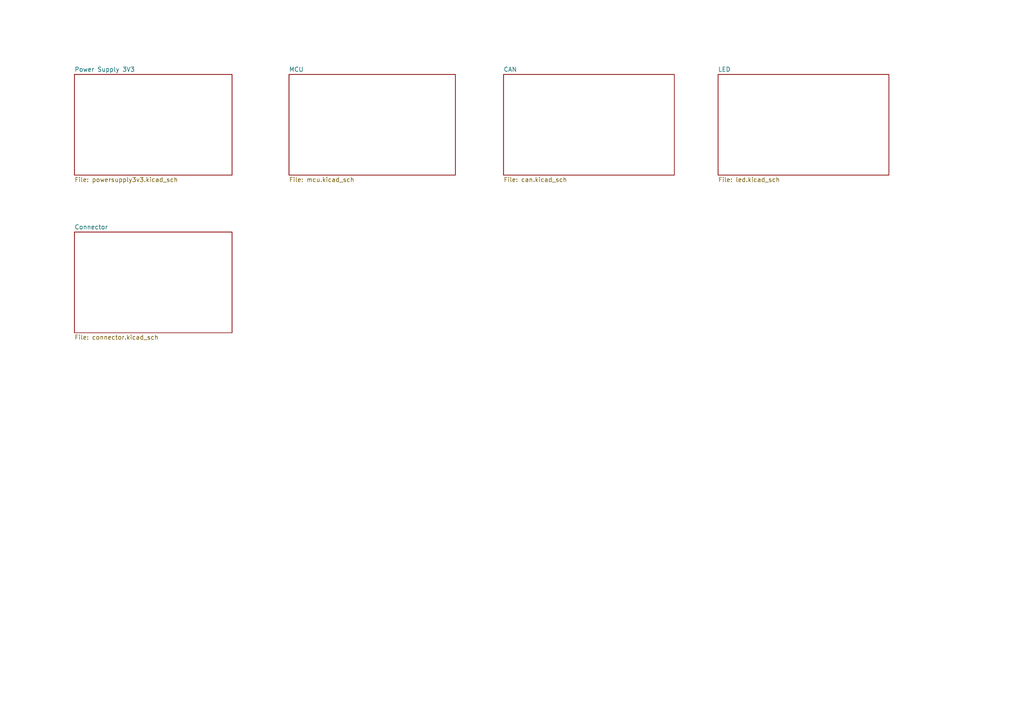
<source format=kicad_sch>
(kicad_sch
	(version 20250114)
	(generator "eeschema")
	(generator_version "9.0")
	(uuid "431d18a8-5a30-4abd-b179-1e9443c4ac96")
	(paper "A4")
	(title_block
		(title "FUEL/MILES/RANGE")
		(date "2025-10-31")
		(rev "1")
		(company "Code99 | Automotive")
		(comment 1 "DASH2000S1")
	)
	(lib_symbols)
	(sheet
		(at 208.28 21.59)
		(size 49.53 29.21)
		(exclude_from_sim no)
		(in_bom yes)
		(on_board yes)
		(dnp no)
		(fields_autoplaced yes)
		(stroke
			(width 0.1524)
			(type solid)
		)
		(fill
			(color 0 0 0 0.0000)
		)
		(uuid "0dfc317e-7396-4660-b362-12e55ec9e439")
		(property "Sheetname" "LED"
			(at 208.28 20.8784 0)
			(effects
				(font
					(size 1.27 1.27)
				)
				(justify left bottom)
			)
		)
		(property "Sheetfile" "led.kicad_sch"
			(at 208.28 51.3846 0)
			(effects
				(font
					(size 1.27 1.27)
				)
				(justify left top)
			)
		)
		(instances
			(project "fuel-miles-range"
				(path "/431d18a8-5a30-4abd-b179-1e9443c4ac96"
					(page "5")
				)
			)
		)
	)
	(sheet
		(at 83.82 21.59)
		(size 48.26 29.21)
		(exclude_from_sim no)
		(in_bom yes)
		(on_board yes)
		(dnp no)
		(fields_autoplaced yes)
		(stroke
			(width 0.1524)
			(type solid)
		)
		(fill
			(color 0 0 0 0.0000)
		)
		(uuid "1d590988-2dfb-46d4-8a37-3a233767618f")
		(property "Sheetname" "MCU"
			(at 83.82 20.8784 0)
			(effects
				(font
					(size 1.27 1.27)
				)
				(justify left bottom)
			)
		)
		(property "Sheetfile" "mcu.kicad_sch"
			(at 83.82 51.3846 0)
			(effects
				(font
					(size 1.27 1.27)
				)
				(justify left top)
			)
		)
		(instances
			(project "fuel-miles-range"
				(path "/431d18a8-5a30-4abd-b179-1e9443c4ac96"
					(page "3")
				)
			)
		)
	)
	(sheet
		(at 146.05 21.59)
		(size 49.53 29.21)
		(exclude_from_sim no)
		(in_bom yes)
		(on_board yes)
		(dnp no)
		(fields_autoplaced yes)
		(stroke
			(width 0.1524)
			(type solid)
		)
		(fill
			(color 0 0 0 0.0000)
		)
		(uuid "731be4b9-4b9f-4f11-ada9-f598bf8345b2")
		(property "Sheetname" "CAN"
			(at 146.05 20.8784 0)
			(effects
				(font
					(size 1.27 1.27)
				)
				(justify left bottom)
			)
		)
		(property "Sheetfile" "can.kicad_sch"
			(at 146.05 51.3846 0)
			(effects
				(font
					(size 1.27 1.27)
				)
				(justify left top)
			)
		)
		(instances
			(project "fuel-miles-range"
				(path "/431d18a8-5a30-4abd-b179-1e9443c4ac96"
					(page "4")
				)
			)
		)
	)
	(sheet
		(at 21.59 67.31)
		(size 45.72 29.21)
		(exclude_from_sim no)
		(in_bom yes)
		(on_board yes)
		(dnp no)
		(fields_autoplaced yes)
		(stroke
			(width 0.1524)
			(type solid)
		)
		(fill
			(color 0 0 0 0.0000)
		)
		(uuid "76a7fe83-7f9e-47d0-91df-69dbfe5b14e1")
		(property "Sheetname" "Connector"
			(at 21.59 66.5984 0)
			(effects
				(font
					(size 1.27 1.27)
				)
				(justify left bottom)
			)
		)
		(property "Sheetfile" "connector.kicad_sch"
			(at 21.59 97.1046 0)
			(effects
				(font
					(size 1.27 1.27)
				)
				(justify left top)
			)
		)
		(instances
			(project "fuel-miles-range"
				(path "/431d18a8-5a30-4abd-b179-1e9443c4ac96"
					(page "6")
				)
			)
		)
	)
	(sheet
		(at 21.59 21.59)
		(size 45.72 29.21)
		(exclude_from_sim no)
		(in_bom yes)
		(on_board yes)
		(dnp no)
		(fields_autoplaced yes)
		(stroke
			(width 0.1524)
			(type solid)
		)
		(fill
			(color 0 0 0 0.0000)
		)
		(uuid "955e4fa4-def3-4436-9b92-bbddcfabe064")
		(property "Sheetname" "Power Supply 3V3"
			(at 21.59 20.8784 0)
			(effects
				(font
					(size 1.27 1.27)
				)
				(justify left bottom)
			)
		)
		(property "Sheetfile" "powersupply3v3.kicad_sch"
			(at 21.59 51.3846 0)
			(effects
				(font
					(size 1.27 1.27)
				)
				(justify left top)
			)
		)
		(instances
			(project "fuel-miles-range"
				(path "/431d18a8-5a30-4abd-b179-1e9443c4ac96"
					(page "2")
				)
			)
		)
	)
	(sheet_instances
		(path "/"
			(page "1")
		)
	)
	(embedded_fonts no)
)

</source>
